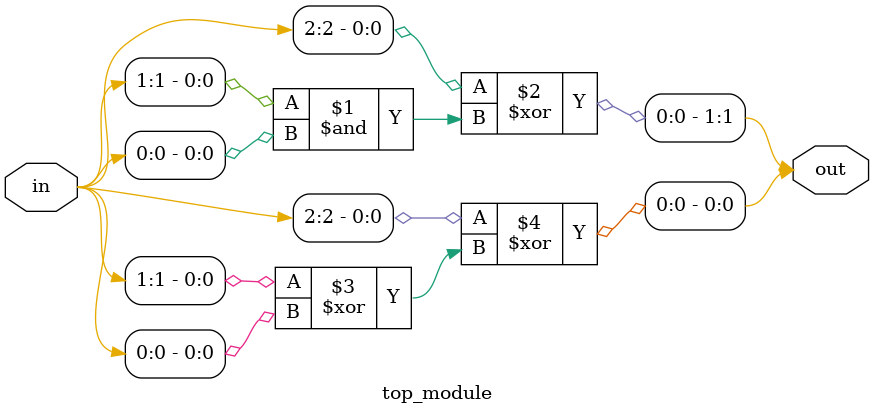
<source format=sv>
module top_module (
	input [2:0] in,
	output [1:0] out
);

	// Logic for addition
	assign out[1] = in[2] ^ (in[1] & in[0]);
	assign out[0] = in[2] ^ (in[1] ^ in[0]);

endmodule

</source>
